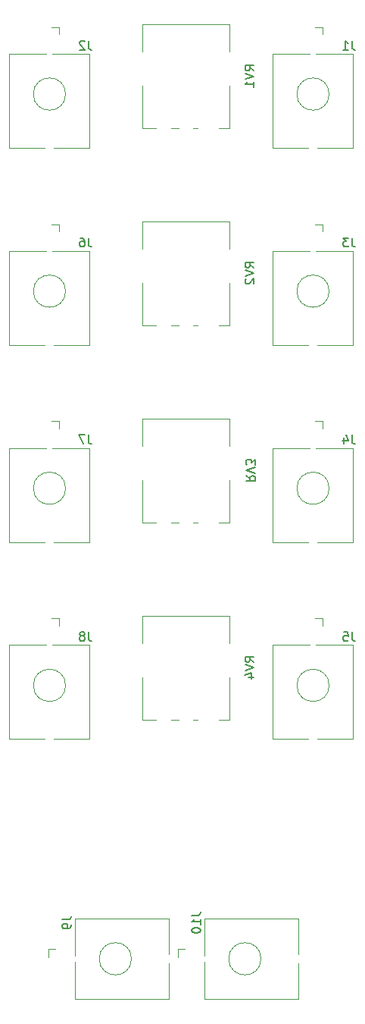
<source format=gbr>
G04 #@! TF.GenerationSoftware,KiCad,Pcbnew,5.1.4*
G04 #@! TF.CreationDate,2019-09-28T21:29:46+01:00*
G04 #@! TF.ProjectId,attenuverter_mixer,61747465-6e75-4766-9572-7465725f6d69,rev?*
G04 #@! TF.SameCoordinates,Original*
G04 #@! TF.FileFunction,Legend,Bot*
G04 #@! TF.FilePolarity,Positive*
%FSLAX46Y46*%
G04 Gerber Fmt 4.6, Leading zero omitted, Abs format (unit mm)*
G04 Created by KiCad (PCBNEW 5.1.4) date 2019-09-28 21:29:46*
%MOMM*%
%LPD*%
G04 APERTURE LIST*
%ADD10C,0.120000*%
%ADD11C,0.150000*%
G04 APERTURE END LIST*
D10*
X69143000Y-43636000D02*
X69143000Y-54136000D01*
X60143000Y-43636000D02*
X60143000Y-54136000D01*
X60143000Y-54136000D02*
X64143000Y-54136000D01*
X65143000Y-54136000D02*
X69143000Y-54136000D01*
X60143000Y-43636000D02*
X64293000Y-43636000D01*
X64993000Y-43636000D02*
X69143000Y-43636000D01*
X66443000Y-48136000D02*
G75*
G03X66443000Y-48136000I-1800000J0D01*
G01*
X65703000Y-40656000D02*
X65703000Y-41456000D01*
X65703000Y-40656000D02*
X64843000Y-40656000D01*
X36239000Y-40656000D02*
X35379000Y-40656000D01*
X36239000Y-40656000D02*
X36239000Y-41456000D01*
X36979000Y-48136000D02*
G75*
G03X36979000Y-48136000I-1800000J0D01*
G01*
X35529000Y-43636000D02*
X39679000Y-43636000D01*
X30679000Y-43636000D02*
X34829000Y-43636000D01*
X35679000Y-54136000D02*
X39679000Y-54136000D01*
X30679000Y-54136000D02*
X34679000Y-54136000D01*
X30679000Y-43636000D02*
X30679000Y-54136000D01*
X39679000Y-43636000D02*
X39679000Y-54136000D01*
X65703000Y-62656000D02*
X64843000Y-62656000D01*
X65703000Y-62656000D02*
X65703000Y-63456000D01*
X66443000Y-70136000D02*
G75*
G03X66443000Y-70136000I-1800000J0D01*
G01*
X64993000Y-65636000D02*
X69143000Y-65636000D01*
X60143000Y-65636000D02*
X64293000Y-65636000D01*
X65143000Y-76136000D02*
X69143000Y-76136000D01*
X60143000Y-76136000D02*
X64143000Y-76136000D01*
X60143000Y-65636000D02*
X60143000Y-76136000D01*
X69143000Y-65636000D02*
X69143000Y-76136000D01*
X65703000Y-84656000D02*
X64843000Y-84656000D01*
X65703000Y-84656000D02*
X65703000Y-85456000D01*
X66443000Y-92136000D02*
G75*
G03X66443000Y-92136000I-1800000J0D01*
G01*
X64993000Y-87636000D02*
X69143000Y-87636000D01*
X60143000Y-87636000D02*
X64293000Y-87636000D01*
X65143000Y-98136000D02*
X69143000Y-98136000D01*
X60143000Y-98136000D02*
X64143000Y-98136000D01*
X60143000Y-87636000D02*
X60143000Y-98136000D01*
X69143000Y-87636000D02*
X69143000Y-98136000D01*
X38048000Y-140153000D02*
X48548000Y-140153000D01*
X38048000Y-149153000D02*
X48548000Y-149153000D01*
X48548000Y-149153000D02*
X48548000Y-145153000D01*
X48548000Y-144153000D02*
X48548000Y-140153000D01*
X38048000Y-149153000D02*
X38048000Y-145003000D01*
X38048000Y-144303000D02*
X38048000Y-140153000D01*
X44348000Y-144653000D02*
G75*
G03X44348000Y-144653000I-1800000J0D01*
G01*
X35068000Y-143593000D02*
X35868000Y-143593000D01*
X35068000Y-143593000D02*
X35068000Y-144453000D01*
X49546000Y-143593000D02*
X49546000Y-144453000D01*
X49546000Y-143593000D02*
X50346000Y-143593000D01*
X58826000Y-144653000D02*
G75*
G03X58826000Y-144653000I-1800000J0D01*
G01*
X52526000Y-144303000D02*
X52526000Y-140153000D01*
X52526000Y-149153000D02*
X52526000Y-145003000D01*
X63026000Y-144153000D02*
X63026000Y-140153000D01*
X63026000Y-149153000D02*
X63026000Y-145153000D01*
X52526000Y-149153000D02*
X63026000Y-149153000D01*
X52526000Y-140153000D02*
X63026000Y-140153000D01*
X45589000Y-40362000D02*
X55329000Y-40362000D01*
X45589000Y-51952000D02*
X47079000Y-51952000D01*
X45589000Y-43422000D02*
X45589000Y-40362000D01*
X55339000Y-51952000D02*
X55339000Y-47232000D01*
X55329000Y-43422000D02*
X55329000Y-40362000D01*
X45589000Y-51952000D02*
X45589000Y-47232000D01*
X54149000Y-51952000D02*
X55329000Y-51952000D01*
X51249000Y-51952000D02*
X51779000Y-51952000D01*
X48799000Y-51952000D02*
X49629000Y-51952000D01*
X45589000Y-62362000D02*
X55329000Y-62362000D01*
X45589000Y-73952000D02*
X47079000Y-73952000D01*
X45589000Y-65422000D02*
X45589000Y-62362000D01*
X55339000Y-73952000D02*
X55339000Y-69232000D01*
X55329000Y-65422000D02*
X55329000Y-62362000D01*
X45589000Y-73952000D02*
X45589000Y-69232000D01*
X54149000Y-73952000D02*
X55329000Y-73952000D01*
X51249000Y-73952000D02*
X51779000Y-73952000D01*
X48799000Y-73952000D02*
X49629000Y-73952000D01*
X48799000Y-117952000D02*
X49629000Y-117952000D01*
X51249000Y-117952000D02*
X51779000Y-117952000D01*
X54149000Y-117952000D02*
X55329000Y-117952000D01*
X45589000Y-117952000D02*
X45589000Y-113232000D01*
X55329000Y-109422000D02*
X55329000Y-106362000D01*
X55339000Y-117952000D02*
X55339000Y-113232000D01*
X45589000Y-109422000D02*
X45589000Y-106362000D01*
X45589000Y-117952000D02*
X47079000Y-117952000D01*
X45589000Y-106362000D02*
X55329000Y-106362000D01*
X65703000Y-106656000D02*
X64843000Y-106656000D01*
X65703000Y-106656000D02*
X65703000Y-107456000D01*
X66443000Y-114136000D02*
G75*
G03X66443000Y-114136000I-1800000J0D01*
G01*
X64993000Y-109636000D02*
X69143000Y-109636000D01*
X60143000Y-109636000D02*
X64293000Y-109636000D01*
X65143000Y-120136000D02*
X69143000Y-120136000D01*
X60143000Y-120136000D02*
X64143000Y-120136000D01*
X60143000Y-109636000D02*
X60143000Y-120136000D01*
X69143000Y-109636000D02*
X69143000Y-120136000D01*
X39679000Y-65636000D02*
X39679000Y-76136000D01*
X30679000Y-65636000D02*
X30679000Y-76136000D01*
X30679000Y-76136000D02*
X34679000Y-76136000D01*
X35679000Y-76136000D02*
X39679000Y-76136000D01*
X30679000Y-65636000D02*
X34829000Y-65636000D01*
X35529000Y-65636000D02*
X39679000Y-65636000D01*
X36979000Y-70136000D02*
G75*
G03X36979000Y-70136000I-1800000J0D01*
G01*
X36239000Y-62656000D02*
X36239000Y-63456000D01*
X36239000Y-62656000D02*
X35379000Y-62656000D01*
X39679000Y-87636000D02*
X39679000Y-98136000D01*
X30679000Y-87636000D02*
X30679000Y-98136000D01*
X30679000Y-98136000D02*
X34679000Y-98136000D01*
X35679000Y-98136000D02*
X39679000Y-98136000D01*
X30679000Y-87636000D02*
X34829000Y-87636000D01*
X35529000Y-87636000D02*
X39679000Y-87636000D01*
X36979000Y-92136000D02*
G75*
G03X36979000Y-92136000I-1800000J0D01*
G01*
X36239000Y-84656000D02*
X36239000Y-85456000D01*
X36239000Y-84656000D02*
X35379000Y-84656000D01*
X39679000Y-109636000D02*
X39679000Y-120136000D01*
X30679000Y-109636000D02*
X30679000Y-120136000D01*
X30679000Y-120136000D02*
X34679000Y-120136000D01*
X35679000Y-120136000D02*
X39679000Y-120136000D01*
X30679000Y-109636000D02*
X34829000Y-109636000D01*
X35529000Y-109636000D02*
X39679000Y-109636000D01*
X36979000Y-114136000D02*
G75*
G03X36979000Y-114136000I-1800000J0D01*
G01*
X36239000Y-106656000D02*
X36239000Y-107456000D01*
X36239000Y-106656000D02*
X35379000Y-106656000D01*
X45589000Y-84362000D02*
X55329000Y-84362000D01*
X45589000Y-95952000D02*
X47079000Y-95952000D01*
X45589000Y-87422000D02*
X45589000Y-84362000D01*
X55339000Y-95952000D02*
X55339000Y-91232000D01*
X55329000Y-87422000D02*
X55329000Y-84362000D01*
X45589000Y-95952000D02*
X45589000Y-91232000D01*
X54149000Y-95952000D02*
X55329000Y-95952000D01*
X51249000Y-95952000D02*
X51779000Y-95952000D01*
X48799000Y-95952000D02*
X49629000Y-95952000D01*
D11*
X69006333Y-42188380D02*
X69006333Y-42902666D01*
X69053952Y-43045523D01*
X69149190Y-43140761D01*
X69292047Y-43188380D01*
X69387285Y-43188380D01*
X68006333Y-43188380D02*
X68577761Y-43188380D01*
X68292047Y-43188380D02*
X68292047Y-42188380D01*
X68387285Y-42331238D01*
X68482523Y-42426476D01*
X68577761Y-42474095D01*
X39542333Y-42188380D02*
X39542333Y-42902666D01*
X39589952Y-43045523D01*
X39685190Y-43140761D01*
X39828047Y-43188380D01*
X39923285Y-43188380D01*
X39113761Y-42283619D02*
X39066142Y-42236000D01*
X38970904Y-42188380D01*
X38732809Y-42188380D01*
X38637571Y-42236000D01*
X38589952Y-42283619D01*
X38542333Y-42378857D01*
X38542333Y-42474095D01*
X38589952Y-42616952D01*
X39161380Y-43188380D01*
X38542333Y-43188380D01*
X69006333Y-64188380D02*
X69006333Y-64902666D01*
X69053952Y-65045523D01*
X69149190Y-65140761D01*
X69292047Y-65188380D01*
X69387285Y-65188380D01*
X68625380Y-64188380D02*
X68006333Y-64188380D01*
X68339666Y-64569333D01*
X68196809Y-64569333D01*
X68101571Y-64616952D01*
X68053952Y-64664571D01*
X68006333Y-64759809D01*
X68006333Y-64997904D01*
X68053952Y-65093142D01*
X68101571Y-65140761D01*
X68196809Y-65188380D01*
X68482523Y-65188380D01*
X68577761Y-65140761D01*
X68625380Y-65093142D01*
X69006333Y-86188380D02*
X69006333Y-86902666D01*
X69053952Y-87045523D01*
X69149190Y-87140761D01*
X69292047Y-87188380D01*
X69387285Y-87188380D01*
X68101571Y-86521714D02*
X68101571Y-87188380D01*
X68339666Y-86140761D02*
X68577761Y-86855047D01*
X67958714Y-86855047D01*
X36600380Y-140289666D02*
X37314666Y-140289666D01*
X37457523Y-140242047D01*
X37552761Y-140146809D01*
X37600380Y-140003952D01*
X37600380Y-139908714D01*
X37600380Y-140813476D02*
X37600380Y-141003952D01*
X37552761Y-141099190D01*
X37505142Y-141146809D01*
X37362285Y-141242047D01*
X37171809Y-141289666D01*
X36790857Y-141289666D01*
X36695619Y-141242047D01*
X36648000Y-141194428D01*
X36600380Y-141099190D01*
X36600380Y-140908714D01*
X36648000Y-140813476D01*
X36695619Y-140765857D01*
X36790857Y-140718238D01*
X37028952Y-140718238D01*
X37124190Y-140765857D01*
X37171809Y-140813476D01*
X37219428Y-140908714D01*
X37219428Y-141099190D01*
X37171809Y-141194428D01*
X37124190Y-141242047D01*
X37028952Y-141289666D01*
X51078380Y-139813476D02*
X51792666Y-139813476D01*
X51935523Y-139765857D01*
X52030761Y-139670619D01*
X52078380Y-139527761D01*
X52078380Y-139432523D01*
X52078380Y-140813476D02*
X52078380Y-140242047D01*
X52078380Y-140527761D02*
X51078380Y-140527761D01*
X51221238Y-140432523D01*
X51316476Y-140337285D01*
X51364095Y-140242047D01*
X51078380Y-141432523D02*
X51078380Y-141527761D01*
X51126000Y-141623000D01*
X51173619Y-141670619D01*
X51268857Y-141718238D01*
X51459333Y-141765857D01*
X51697428Y-141765857D01*
X51887904Y-141718238D01*
X51983142Y-141670619D01*
X52030761Y-141623000D01*
X52078380Y-141527761D01*
X52078380Y-141432523D01*
X52030761Y-141337285D01*
X51983142Y-141289666D01*
X51887904Y-141242047D01*
X51697428Y-141194428D01*
X51459333Y-141194428D01*
X51268857Y-141242047D01*
X51173619Y-141289666D01*
X51126000Y-141337285D01*
X51078380Y-141432523D01*
X58051380Y-45526761D02*
X57575190Y-45193428D01*
X58051380Y-44955333D02*
X57051380Y-44955333D01*
X57051380Y-45336285D01*
X57099000Y-45431523D01*
X57146619Y-45479142D01*
X57241857Y-45526761D01*
X57384714Y-45526761D01*
X57479952Y-45479142D01*
X57527571Y-45431523D01*
X57575190Y-45336285D01*
X57575190Y-44955333D01*
X57051380Y-45812476D02*
X58051380Y-46145809D01*
X57051380Y-46479142D01*
X58051380Y-47336285D02*
X58051380Y-46764857D01*
X58051380Y-47050571D02*
X57051380Y-47050571D01*
X57194238Y-46955333D01*
X57289476Y-46860095D01*
X57337095Y-46764857D01*
X58051380Y-67526761D02*
X57575190Y-67193428D01*
X58051380Y-66955333D02*
X57051380Y-66955333D01*
X57051380Y-67336285D01*
X57099000Y-67431523D01*
X57146619Y-67479142D01*
X57241857Y-67526761D01*
X57384714Y-67526761D01*
X57479952Y-67479142D01*
X57527571Y-67431523D01*
X57575190Y-67336285D01*
X57575190Y-66955333D01*
X57051380Y-67812476D02*
X58051380Y-68145809D01*
X57051380Y-68479142D01*
X57146619Y-68764857D02*
X57099000Y-68812476D01*
X57051380Y-68907714D01*
X57051380Y-69145809D01*
X57099000Y-69241047D01*
X57146619Y-69288666D01*
X57241857Y-69336285D01*
X57337095Y-69336285D01*
X57479952Y-69288666D01*
X58051380Y-68717238D01*
X58051380Y-69336285D01*
X58051380Y-111526761D02*
X57575190Y-111193428D01*
X58051380Y-110955333D02*
X57051380Y-110955333D01*
X57051380Y-111336285D01*
X57099000Y-111431523D01*
X57146619Y-111479142D01*
X57241857Y-111526761D01*
X57384714Y-111526761D01*
X57479952Y-111479142D01*
X57527571Y-111431523D01*
X57575190Y-111336285D01*
X57575190Y-110955333D01*
X57051380Y-111812476D02*
X58051380Y-112145809D01*
X57051380Y-112479142D01*
X57384714Y-113241047D02*
X58051380Y-113241047D01*
X57003761Y-113002952D02*
X57718047Y-112764857D01*
X57718047Y-113383904D01*
X69006333Y-108188380D02*
X69006333Y-108902666D01*
X69053952Y-109045523D01*
X69149190Y-109140761D01*
X69292047Y-109188380D01*
X69387285Y-109188380D01*
X68053952Y-108188380D02*
X68530142Y-108188380D01*
X68577761Y-108664571D01*
X68530142Y-108616952D01*
X68434904Y-108569333D01*
X68196809Y-108569333D01*
X68101571Y-108616952D01*
X68053952Y-108664571D01*
X68006333Y-108759809D01*
X68006333Y-108997904D01*
X68053952Y-109093142D01*
X68101571Y-109140761D01*
X68196809Y-109188380D01*
X68434904Y-109188380D01*
X68530142Y-109140761D01*
X68577761Y-109093142D01*
X39542333Y-64188380D02*
X39542333Y-64902666D01*
X39589952Y-65045523D01*
X39685190Y-65140761D01*
X39828047Y-65188380D01*
X39923285Y-65188380D01*
X38637571Y-64188380D02*
X38828047Y-64188380D01*
X38923285Y-64236000D01*
X38970904Y-64283619D01*
X39066142Y-64426476D01*
X39113761Y-64616952D01*
X39113761Y-64997904D01*
X39066142Y-65093142D01*
X39018523Y-65140761D01*
X38923285Y-65188380D01*
X38732809Y-65188380D01*
X38637571Y-65140761D01*
X38589952Y-65093142D01*
X38542333Y-64997904D01*
X38542333Y-64759809D01*
X38589952Y-64664571D01*
X38637571Y-64616952D01*
X38732809Y-64569333D01*
X38923285Y-64569333D01*
X39018523Y-64616952D01*
X39066142Y-64664571D01*
X39113761Y-64759809D01*
X39542333Y-86188380D02*
X39542333Y-86902666D01*
X39589952Y-87045523D01*
X39685190Y-87140761D01*
X39828047Y-87188380D01*
X39923285Y-87188380D01*
X39161380Y-86188380D02*
X38494714Y-86188380D01*
X38923285Y-87188380D01*
X39542333Y-108188380D02*
X39542333Y-108902666D01*
X39589952Y-109045523D01*
X39685190Y-109140761D01*
X39828047Y-109188380D01*
X39923285Y-109188380D01*
X38923285Y-108616952D02*
X39018523Y-108569333D01*
X39066142Y-108521714D01*
X39113761Y-108426476D01*
X39113761Y-108378857D01*
X39066142Y-108283619D01*
X39018523Y-108236000D01*
X38923285Y-108188380D01*
X38732809Y-108188380D01*
X38637571Y-108236000D01*
X38589952Y-108283619D01*
X38542333Y-108378857D01*
X38542333Y-108426476D01*
X38589952Y-108521714D01*
X38637571Y-108569333D01*
X38732809Y-108616952D01*
X38923285Y-108616952D01*
X39018523Y-108664571D01*
X39066142Y-108712190D01*
X39113761Y-108807428D01*
X39113761Y-108997904D01*
X39066142Y-109093142D01*
X39018523Y-109140761D01*
X38923285Y-109188380D01*
X38732809Y-109188380D01*
X38637571Y-109140761D01*
X38589952Y-109093142D01*
X38542333Y-108997904D01*
X38542333Y-108807428D01*
X38589952Y-108712190D01*
X38637571Y-108664571D01*
X38732809Y-108616952D01*
X57146619Y-90717238D02*
X57622809Y-91050571D01*
X57146619Y-91288666D02*
X58146619Y-91288666D01*
X58146619Y-90907714D01*
X58099000Y-90812476D01*
X58051380Y-90764857D01*
X57956142Y-90717238D01*
X57813285Y-90717238D01*
X57718047Y-90764857D01*
X57670428Y-90812476D01*
X57622809Y-90907714D01*
X57622809Y-91288666D01*
X58146619Y-90431523D02*
X57146619Y-90098190D01*
X58146619Y-89764857D01*
X58146619Y-89526761D02*
X58146619Y-88907714D01*
X57765666Y-89241047D01*
X57765666Y-89098190D01*
X57718047Y-89002952D01*
X57670428Y-88955333D01*
X57575190Y-88907714D01*
X57337095Y-88907714D01*
X57241857Y-88955333D01*
X57194238Y-89002952D01*
X57146619Y-89098190D01*
X57146619Y-89383904D01*
X57194238Y-89479142D01*
X57241857Y-89526761D01*
M02*

</source>
